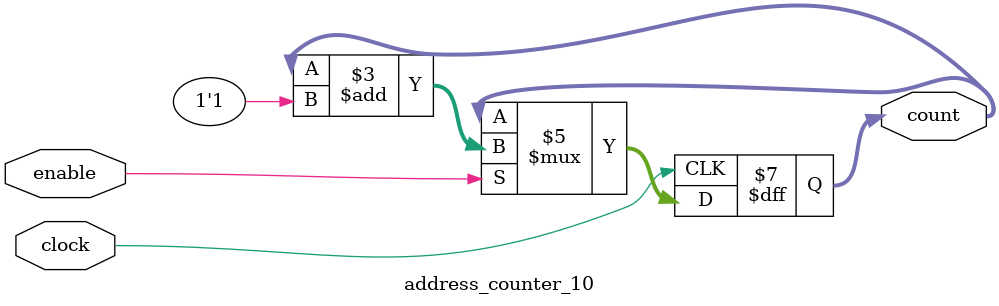
<source format=v>
module address_counter_10( 
  clock,  //clock input 
  enable,  //high enable counting 
  count, //count value 
); 
  
//---declare ports-- 
  
  parameter BIT_SZ =10; 
  input clock; 
  input enable; 
  output [BIT_SZ-1:0] count; 
  
//count needs to be declared as reg 
  reg[BIT_SZ-1:0] count; 
  
//--always initialise storage elements(reg) such as D-FF 
  initial count =0; 
  
//--main body of the module 
  
  always @(posedge  clock) 
      if (enable==1'b1) 
          count <= count + 1'b1; 
  
endmodule  //end of module 
</source>
